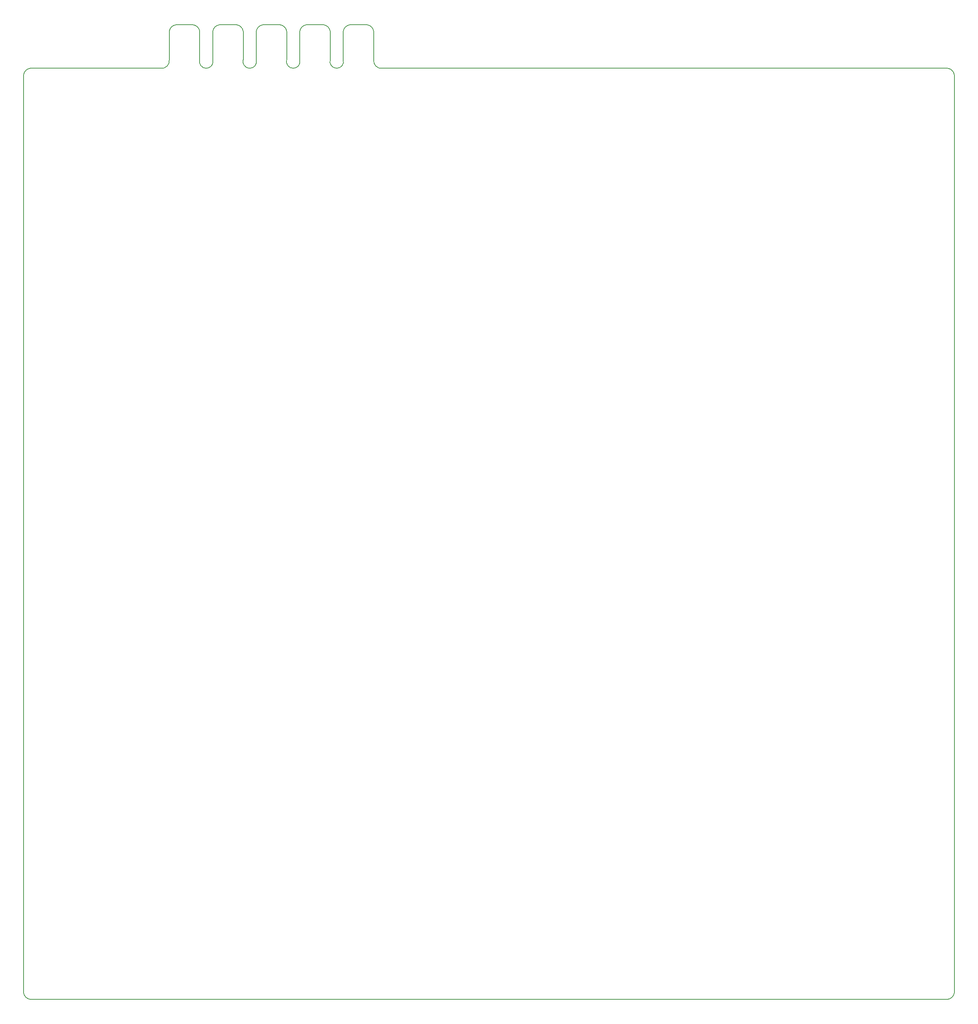
<source format=gbr>
G04 DipTrace 2.4.0.2*
%INBOARD_OUTLINE.GBR*%
%MOIN*%
%ADD11C,0.0055*%
%FSLAX44Y44*%
G04*
G70*
G90*
G75*
G01*
%LNBoardOutline*%
%LPD*%
X88192Y4531D2*
D11*
Y87602D1*
G03X87602Y88192I-689J-98D01*
G01*
X36420D1*
G02X35633Y88980I-98J689D01*
G01*
Y91539D1*
G03X35043Y92129I-689J-98D01*
G01*
X33468D1*
G03X32877Y91539I98J-689D01*
G01*
Y88980D1*
G02X31696Y88980I-591J-172D01*
G01*
Y91539D1*
G03X31106Y92129I-689J-98D01*
G01*
X29531D1*
G03X28940Y91539I98J-689D01*
G01*
Y88980D1*
G02X27759Y88980I-591J-172D01*
G01*
Y91539D1*
G03X27169Y92129I-689J-98D01*
G01*
X25594D1*
G03X25003Y91539I98J-689D01*
G01*
Y88980D1*
G02X23822Y88980I-591J-172D01*
G01*
Y91539D1*
G03X23231Y92129I-689J-98D01*
G01*
X21657D1*
G03X21066Y91539I98J-689D01*
G01*
Y88980D1*
G02X19885Y88980I-591J-172D01*
G01*
Y91539D1*
G03X19294Y92129I-689J-98D01*
G01*
X17720D1*
G03X17129Y91539I98J-689D01*
G01*
Y88980D1*
G02X16342Y88192I-689J-98D01*
G01*
X4531D1*
G03X3940Y87602I98J-689D01*
G01*
Y4531D1*
G03X4531Y3940I689J98D01*
G01*
X87602D1*
G03X88192Y4531I-98J689D01*
G01*
M02*

</source>
